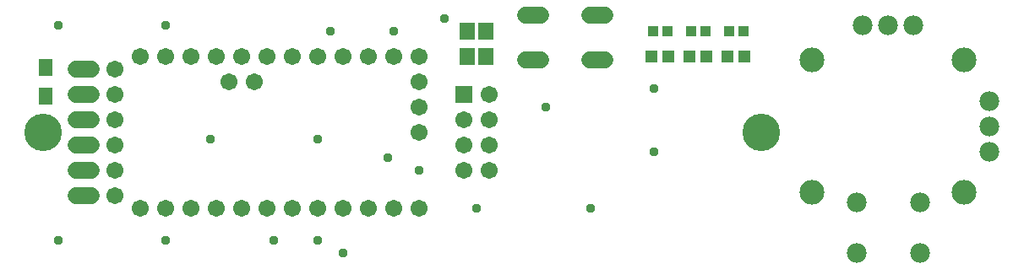
<source format=gbr>
G04 EAGLE Gerber RS-274X export*
G75*
%MOMM*%
%FSLAX34Y34*%
%LPD*%
%INSoldermask Top*%
%IPPOS*%
%AMOC8*
5,1,8,0,0,1.08239X$1,22.5*%
G01*
%ADD10R,1.711200X1.711200*%
%ADD11C,1.711200*%
%ADD12C,2.489200*%
%ADD13C,1.981200*%
%ADD14C,3.759200*%
%ADD15R,1.503200X1.703200*%
%ADD16R,1.003200X1.003200*%
%ADD17R,1.203200X1.303200*%
%ADD18C,1.727200*%
%ADD19R,1.403200X1.703200*%
%ADD20C,0.959600*%


D10*
X450850Y177800D03*
D11*
X476250Y101600D03*
X476250Y127000D03*
X476250Y152400D03*
X476250Y177800D03*
X450850Y152400D03*
X450850Y127000D03*
X450850Y101600D03*
D12*
X952500Y79375D03*
X800100Y79375D03*
X800100Y212725D03*
X952500Y212725D03*
D13*
X850900Y247650D03*
X876300Y247650D03*
X901700Y247650D03*
X977900Y146050D03*
X977900Y171450D03*
X977900Y120650D03*
X844550Y69850D03*
X908050Y69850D03*
X908050Y19050D03*
X844550Y19050D03*
D14*
X749300Y139700D03*
X29300Y139700D03*
D15*
X473050Y241300D03*
X454050Y241300D03*
X473050Y215900D03*
X454050Y215900D03*
D16*
X731400Y241300D03*
X716400Y241300D03*
X693300Y241300D03*
X678300Y241300D03*
X655200Y241300D03*
X640200Y241300D03*
D17*
X715400Y215900D03*
X732400Y215900D03*
X677300Y215900D03*
X694300Y215900D03*
X639200Y215900D03*
X656200Y215900D03*
D18*
X77470Y76200D02*
X62230Y76200D01*
X62230Y101600D02*
X77470Y101600D01*
X77470Y127000D02*
X62230Y127000D01*
X62230Y152400D02*
X77470Y152400D01*
X77470Y177800D02*
X62230Y177800D01*
X62230Y203200D02*
X77470Y203200D01*
D11*
X406400Y215900D03*
X381000Y215900D03*
X355600Y215900D03*
X330200Y215900D03*
X304800Y215900D03*
X279400Y215900D03*
X254000Y215900D03*
X228600Y215900D03*
X203200Y215900D03*
X177800Y215900D03*
X152400Y215900D03*
X127000Y215900D03*
X406400Y190500D03*
X406400Y165100D03*
X406400Y139700D03*
X101600Y203200D03*
X101600Y177800D03*
X101600Y152400D03*
X101600Y127000D03*
X101600Y101600D03*
X101600Y76200D03*
X215900Y190500D03*
X241300Y190500D03*
X406400Y63500D03*
X381000Y63500D03*
X355600Y63500D03*
X330200Y63500D03*
X304800Y63500D03*
X279400Y63500D03*
X228600Y63500D03*
X203200Y63500D03*
X152400Y63500D03*
X127000Y63500D03*
X177800Y63500D03*
X254000Y63500D03*
D19*
X31750Y205000D03*
X31750Y176000D03*
D18*
X512318Y257556D02*
X527558Y257556D01*
X527558Y212344D02*
X512318Y212344D01*
X577342Y257556D02*
X592582Y257556D01*
X592582Y212344D02*
X577342Y212344D01*
D20*
X260350Y31750D03*
X44450Y247650D03*
X152400Y247650D03*
X317500Y241300D03*
X152400Y31750D03*
X44450Y31750D03*
X463550Y63500D03*
X533400Y165100D03*
X641350Y184150D03*
X641350Y120650D03*
X577850Y63500D03*
X304800Y133350D03*
X196850Y133350D03*
X381000Y241300D03*
X374650Y114300D03*
X406400Y101600D03*
X304800Y31750D03*
X330200Y19050D03*
X431800Y254000D03*
M02*

</source>
